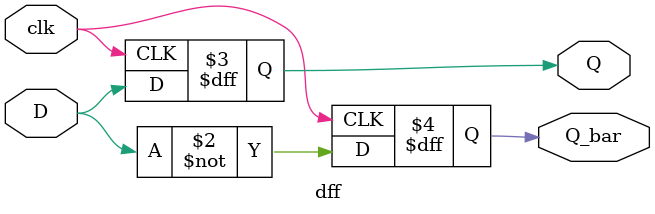
<source format=v>
module dff(D,clk,Q,Q_bar);
      input D,clk;
      output reg Q,Q_bar;
      always @(negedge clk)
            begin
                Q = D;
                Q_bar = ~D;
            end 
endmodule       

</source>
